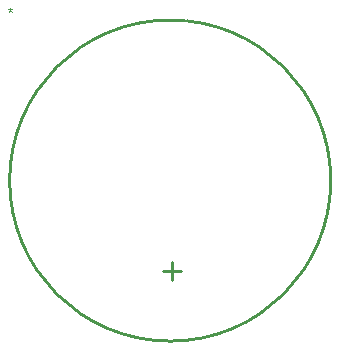
<source format=gbo>
G04*
G04 #@! TF.GenerationSoftware,Altium Limited,Altium Designer,21.2.2 (38)*
G04*
G04 Layer_Color=32896*
%FSLAX25Y25*%
%MOIN*%
G70*
G04*
G04 #@! TF.SameCoordinates,C48038F6-0F47-47EE-9322-7A70BF747E44*
G04*
G04*
G04 #@! TF.FilePolarity,Positive*
G04*
G01*
G75*
%ADD29C,0.01000*%
G36*
X44528Y146568D02*
Y146524D01*
X44523Y146430D01*
X44512Y146319D01*
X44501Y146213D01*
X44495Y146113D01*
X44490Y146069D01*
X44484Y146030D01*
Y145997D01*
X44478Y145975D01*
Y145958D01*
Y145952D01*
X44556Y145991D01*
X44651Y146036D01*
X44750Y146080D01*
X44850Y146119D01*
X44939Y146152D01*
X44984Y146169D01*
X45017Y146185D01*
X45045Y146191D01*
X45067Y146202D01*
X45078Y146208D01*
X45083D01*
X45200Y145836D01*
X44972Y145775D01*
X44867Y145753D01*
X44767Y145730D01*
X44684Y145714D01*
X44651Y145703D01*
X44617Y145697D01*
X44595Y145692D01*
X44578D01*
X44567Y145686D01*
X44562D01*
X44589Y145664D01*
X44617Y145630D01*
X44684Y145558D01*
X44756Y145481D01*
X44828Y145397D01*
X44895Y145320D01*
X44945Y145253D01*
X44967Y145225D01*
X44984Y145209D01*
X44989Y145197D01*
X44995Y145192D01*
X44689Y144975D01*
X44634Y145053D01*
X44573Y145142D01*
X44517Y145236D01*
X44462Y145325D01*
X44418Y145403D01*
X44384Y145469D01*
X44368Y145497D01*
X44356Y145514D01*
X44351Y145525D01*
Y145530D01*
X44279Y145408D01*
X44207Y145297D01*
X44146Y145203D01*
X44096Y145120D01*
X44051Y145059D01*
X44018Y145014D01*
X43996Y144987D01*
X43990Y144975D01*
X43679Y145192D01*
X43779Y145314D01*
X43874Y145420D01*
X43946Y145503D01*
X44012Y145575D01*
X44062Y145625D01*
X44101Y145658D01*
X44123Y145680D01*
X44129Y145686D01*
X44007Y145703D01*
X43890Y145725D01*
X43779Y145753D01*
X43679Y145775D01*
X43596Y145797D01*
X43563Y145808D01*
X43529Y145819D01*
X43507Y145825D01*
X43491Y145830D01*
X43479Y145836D01*
X43474D01*
X43596Y146208D01*
X43724Y146163D01*
X43840Y146119D01*
X43946Y146074D01*
X44034Y146036D01*
X44107Y146002D01*
X44162Y145975D01*
X44184Y145963D01*
X44201Y145958D01*
X44207Y145952D01*
X44212D01*
X44195Y146091D01*
X44179Y146219D01*
X44173Y146335D01*
X44162Y146430D01*
X44157Y146502D01*
X44151Y146563D01*
Y146579D01*
Y146596D01*
Y146602D01*
Y146607D01*
X44528D01*
Y146568D01*
D02*
G37*
D29*
X151021Y89000D02*
G03*
X151021Y89000I-53521J0D01*
G01*
X98000Y56000D02*
Y62000D01*
X95000Y59000D02*
X101000D01*
M02*

</source>
